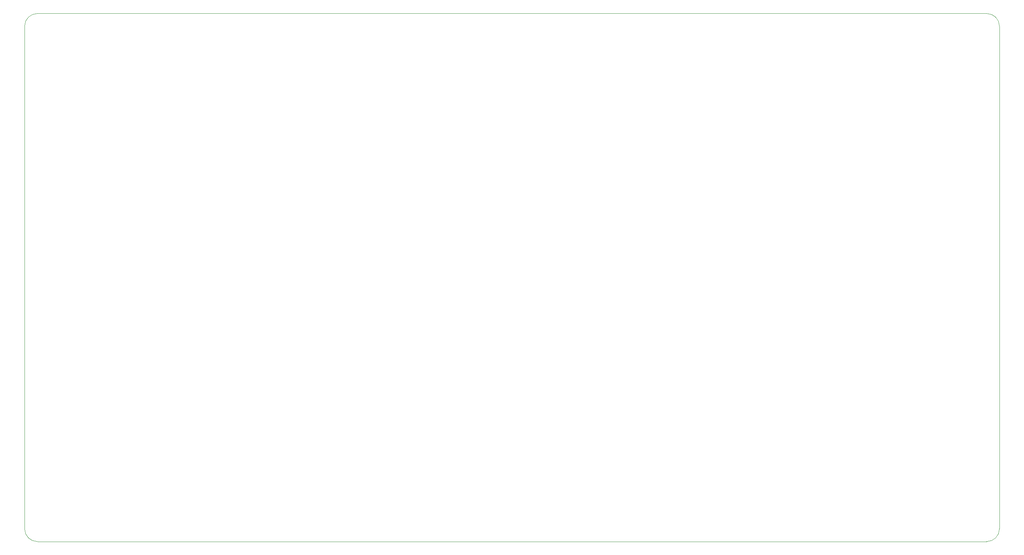
<source format=gbr>
%TF.GenerationSoftware,KiCad,Pcbnew,7.0.5*%
%TF.CreationDate,2023-06-22T07:55:22+00:00*%
%TF.ProjectId,Entry-left,456e7472-792d-46c6-9566-742e6b696361,rev?*%
%TF.SameCoordinates,Original*%
%TF.FileFunction,Profile,NP*%
%FSLAX46Y46*%
G04 Gerber Fmt 4.6, Leading zero omitted, Abs format (unit mm)*
G04 Created by KiCad (PCBNEW 7.0.5) date 2023-06-22 07:55:22*
%MOMM*%
%LPD*%
G01*
G04 APERTURE LIST*
%TA.AperFunction,Profile*%
%ADD10C,0.100000*%
%TD*%
G04 APERTURE END LIST*
D10*
X250206750Y-149973750D02*
X27369250Y-149973750D01*
X250206750Y-149973750D02*
G75*
G03*
X253206750Y-146973750I-50J3000050D01*
G01*
X250206750Y-25910750D02*
X27369250Y-25910750D01*
X27369250Y-25910750D02*
G75*
G03*
X24369250Y-28910750I0J-3000000D01*
G01*
X253206750Y-28910750D02*
G75*
G03*
X250206750Y-25910750I-3000050J-50D01*
G01*
X24369250Y-146973750D02*
G75*
G03*
X27369250Y-149973750I3000000J0D01*
G01*
X253206750Y-28910750D02*
X253206750Y-146973750D01*
X24369250Y-28910750D02*
X24369250Y-146973750D01*
M02*

</source>
